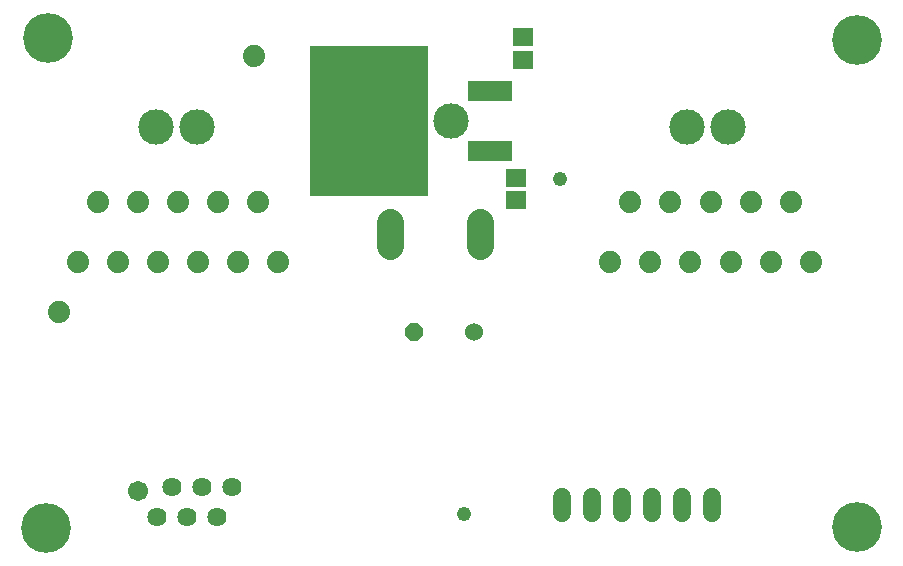
<source format=gbs>
G75*
%MOIN*%
%OFA0B0*%
%FSLAX24Y24*%
%IPPOS*%
%LPD*%
%AMOC8*
5,1,8,0,0,1.08239X$1,22.5*
%
%ADD10C,0.0740*%
%ADD11R,0.3919X0.5001*%
%ADD12R,0.1458X0.0710*%
%ADD13R,0.0671X0.0592*%
%ADD14C,0.1182*%
%ADD15C,0.0600*%
%ADD16OC8,0.0600*%
%ADD17C,0.0600*%
%ADD18C,0.0905*%
%ADD19C,0.0640*%
%ADD20C,0.0671*%
%ADD21C,0.1661*%
%ADD22C,0.0480*%
D10*
X008141Y011137D03*
X008760Y012811D03*
X010098Y012811D03*
X011437Y012811D03*
X012775Y012811D03*
X014114Y012811D03*
X015452Y012811D03*
X014783Y014811D03*
X013445Y014811D03*
X012106Y014811D03*
X010767Y014811D03*
X009429Y014811D03*
X014637Y019681D03*
X026510Y012811D03*
X027848Y012811D03*
X029187Y012811D03*
X030525Y012811D03*
X031864Y012811D03*
X033202Y012811D03*
X032533Y014811D03*
X031195Y014811D03*
X029856Y014811D03*
X028517Y014811D03*
X027179Y014811D03*
D11*
X018468Y017525D03*
D12*
X022513Y016525D03*
X022513Y018525D03*
D13*
X023614Y019555D03*
X023614Y020303D03*
X023378Y015614D03*
X023378Y014866D03*
D14*
X021212Y017503D03*
X019835Y017503D03*
X012752Y017311D03*
X011374Y017311D03*
X029071Y017311D03*
X030448Y017311D03*
D15*
X029889Y004964D02*
X029889Y004444D01*
X028889Y004444D02*
X028889Y004964D01*
X027889Y004964D02*
X027889Y004444D01*
X026889Y004444D02*
X026889Y004964D01*
X025889Y004964D02*
X025889Y004444D01*
X024889Y004444D02*
X024889Y004964D01*
D16*
X019958Y010468D03*
D17*
X021958Y010468D03*
D18*
X022161Y013331D02*
X022161Y014156D01*
X019161Y014156D02*
X019161Y013331D01*
D19*
X013909Y005326D03*
X012909Y005326D03*
X011909Y005326D03*
X011409Y004326D03*
X012409Y004326D03*
X013409Y004326D03*
D20*
X010771Y005183D03*
D21*
X007719Y003959D03*
X007771Y020287D03*
X034732Y020215D03*
X034732Y003983D03*
D22*
X021645Y004405D03*
X024834Y015586D03*
M02*

</source>
